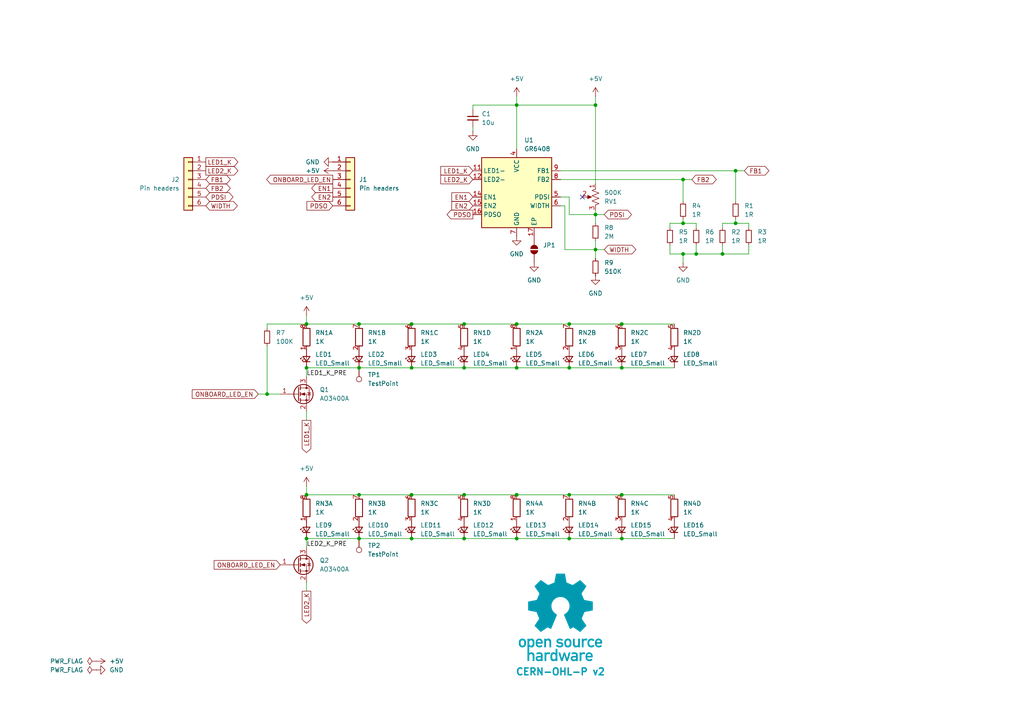
<source format=kicad_sch>
(kicad_sch (version 20231120) (generator "eeschema") (generator_version "8.0")
  (paper "A4")
  (lib_symbols
    (symbol "Connector:TestPoint" (pin_numbers hide) (pin_names (offset 0.762) hide)
      (property "Reference" "TP" (at 0 6.858 0))
      (property "Value" "TestPoint" (at 0 5.08 0))
      (symbol "TestPoint_0_1"
        (circle (center 0 3.302) (radius 0.762))
      )
      (symbol "TestPoint_1_1"
        (pin passive line (at 0 0 90) (length 2.54) (name "1") (number "1"))
      )
    )
    (symbol "Connector_Generic:Conn_01x06" (pin_names (offset 1.016) hide)
      (property "Reference" "J" (at 0 7.62 0))
      (property "Value" "Conn_01x06" (at 0 -10.16 0))
      (symbol "Conn_01x06_1_1"
        (rectangle (start -1.27 -7.493) (end 0 -7.747) (stroke (width 0.1524)))
        (rectangle (start -1.27 -4.953) (end 0 -5.207) (stroke (width 0.1524)))
        (rectangle (start -1.27 -2.413) (end 0 -2.667) (stroke (width 0.1524)))
        (rectangle (start -1.27 0.127) (end 0 -0.127) (stroke (width 0.1524)))
        (rectangle (start -1.27 2.667) (end 0 2.413) (stroke (width 0.1524)))
        (rectangle (start -1.27 5.207) (end 0 4.953) (stroke (width 0.1524)))
        (rectangle (start -1.27 6.35) (end 1.27 -8.89) (stroke (width 0.254)) (fill (type background)))
        (pin passive line (at -5.08 5.08 0) (length 3.81) (name "Pin_1") (number "1"))
        (pin passive line (at -5.08 2.54 0) (length 3.81) (name "Pin_2") (number "2"))
        (pin passive line (at -5.08 0 0) (length 3.81) (name "Pin_3") (number "3"))
        (pin passive line (at -5.08 -2.54 0) (length 3.81) (name "Pin_4") (number "4"))
        (pin passive line (at -5.08 -5.08 0) (length 3.81) (name "Pin_5") (number "5"))
        (pin passive line (at -5.08 -7.62 0) (length 3.81) (name "Pin_6") (number "6"))
      )
    )
    (symbol "Device:C_Small" (pin_numbers hide) (pin_names (offset 0.254) hide)
      (property "Reference" "C" (at 0.254 1.778 0))
      (property "Value" "C_Small" (at 0.254 -2.032 0))
      (symbol "C_Small_0_1"
        (polyline (pts (xy -1.524 -0.508) (xy 1.524 -0.508)) (stroke (width 0.3302)))
        (polyline (pts (xy -1.524 0.508) (xy 1.524 0.508)) (stroke (width 0.3048)))
      )
      (symbol "C_Small_1_1"
        (pin passive line (at 0 2.54 270) (length 2.032) (name "~") (number "1"))
        (pin passive line (at 0 -2.54 90) (length 2.032) (name "~") (number "2"))
      )
    )
    (symbol "Device:LED_Small" (pin_numbers hide) (pin_names (offset 0.254) hide)
      (property "Reference" "D" (at -1.27 3.175 0))
      (property "Value" "LED_Small" (at -4.445 -2.54 0))
      (symbol "LED_Small_0_1"
        (polyline (pts (xy -0.762 -1.016) (xy -0.762 1.016)) (stroke (width 0.254)))
        (polyline (pts (xy 1.016 0) (xy -0.762 0)))
        (polyline (pts (xy 0.762 -1.016) (xy -0.762 0) (xy 0.762 1.016) (xy 0.762 -1.016)) (stroke (width 0.254)))
        (polyline (pts (xy 0 0.762) (xy -0.508 1.27) (xy -0.254 1.27) (xy -0.508 1.27) (xy -0.508 1.016)))
        (polyline (pts (xy 0.508 1.27) (xy 0 1.778) (xy 0.254 1.778) (xy 0 1.778) (xy 0 1.524)))
      )
      (symbol "LED_Small_1_1"
        (pin passive line (at -2.54 0 0) (length 1.778) (name "K") (number "1"))
        (pin passive line (at 2.54 0 180) (length 1.778) (name "A") (number "2"))
      )
    )
    (symbol "Device:R_Pack04_Split" (pin_names (offset 0) hide)
      (property "Reference" "RN" (at 2.032 0 90))
      (property "Value" "R_Pack04_Split" (at 0 0 90))
      (symbol "R_Pack04_Split_0_1"
        (rectangle (start 1.016 2.54) (end -1.016 -2.54) (stroke (width 0.254)))
      )
      (symbol "R_Pack04_Split_1_1"
        (pin passive line (at 0 -3.81 90) (length 1.27) (name "R1.1") (number "1"))
        (pin passive line (at 0 3.81 270) (length 1.27) (name "R1.2") (number "8"))
      )
      (symbol "R_Pack04_Split_2_1"
        (pin passive line (at 0 -3.81 90) (length 1.27) (name "R2.1") (number "2"))
        (pin passive line (at 0 3.81 270) (length 1.27) (name "R2.2") (number "7"))
      )
      (symbol "R_Pack04_Split_3_1"
        (pin passive line (at 0 -3.81 90) (length 1.27) (name "R3.1") (number "3"))
        (pin passive line (at 0 3.81 270) (length 1.27) (name "R3.2") (number "6"))
      )
      (symbol "R_Pack04_Split_4_1"
        (pin passive line (at 0 -3.81 90) (length 1.27) (name "R4.1") (number "4"))
        (pin passive line (at 0 3.81 270) (length 1.27) (name "R4.2") (number "5"))
      )
    )
    (symbol "Device:R_Potentiometer_US" (pin_names (offset 1.016) hide)
      (property "Reference" "RV" (at -4.445 0 90))
      (property "Value" "R_Potentiometer_US" (at -2.54 0 90))
      (symbol "R_Potentiometer_US_0_1"
        (polyline (pts (xy 0 -2.286) (xy 0 -2.54)))
        (polyline (pts (xy 0 2.54) (xy 0 2.286)))
        (polyline (pts (xy 2.54 0) (xy 1.524 0)))
        (polyline (pts (xy 1.143 0) (xy 2.286 0.508) (xy 2.286 -0.508) (xy 1.143 0)) (fill (type outline)))
        (polyline (pts (xy 0 -0.762) (xy 1.016 -1.143) (xy 0 -1.524) (xy -1.016 -1.905) (xy 0 -2.286)))
        (polyline (pts (xy 0 0.762) (xy 1.016 0.381) (xy 0 0) (xy -1.016 -0.381) (xy 0 -0.762)))
        (polyline (pts (xy 0 2.286) (xy 1.016 1.905) (xy 0 1.524) (xy -1.016 1.143) (xy 0 0.762)))
      )
      (symbol "R_Potentiometer_US_1_1"
        (pin passive line (at 0 3.81 270) (length 1.27) (name "1") (number "1"))
        (pin passive line (at 3.81 0 180) (length 1.27) (name "2") (number "2"))
        (pin passive line (at 0 -3.81 90) (length 1.27) (name "3") (number "3"))
      )
    )
    (symbol "Device:R_Small" (pin_numbers hide) (pin_names (offset 0.254) hide)
      (property "Reference" "R" (at 0.762 0.508 0))
      (property "Value" "R_Small" (at 0.762 -1.016 0))
      (symbol "R_Small_0_1"
        (rectangle (start -0.762 1.778) (end 0.762 -1.778) (stroke (width 0.2032)))
      )
      (symbol "R_Small_1_1"
        (pin passive line (at 0 2.54 270) (length 0.762) (name "~") (number "1"))
        (pin passive line (at 0 -2.54 90) (length 0.762) (name "~") (number "2"))
      )
    )
    (symbol "Jumper:SolderJumper_2_Open" (pin_numbers hide) (pin_names (offset 0) hide) (exclude_from_sim yes) (in_bom no)
      (property "Reference" "JP" (at 0 2.032 0))
      (property "Value" "SolderJumper_2_Open" (at 0 -2.54 0))
      (symbol "SolderJumper_2_Open_0_1"
        (arc (start -0.254 1.016) (mid -1.2656 0) (end -0.254 -1.016))
        (arc (start -0.254 1.016) (mid -1.2656 0) (end -0.254 -1.016) (fill (type outline)))
        (polyline (pts (xy -0.254 1.016) (xy -0.254 -1.016)))
        (polyline (pts (xy 0.254 1.016) (xy 0.254 -1.016)))
        (arc (start 0.254 -1.016) (mid 1.2656 0) (end 0.254 1.016))
        (arc (start 0.254 -1.016) (mid 1.2656 0) (end 0.254 1.016) (fill (type outline)))
      )
      (symbol "SolderJumper_2_Open_1_1"
        (pin passive line (at -3.81 0 0) (length 2.54) (name "A") (number "1"))
        (pin passive line (at 3.81 0 180) (length 2.54) (name "B") (number "2"))
      )
    )
    (symbol "Transistor_FET:AO3400A" (pin_names hide)
      (property "Reference" "Q" (at 5.08 1.905 0))
      (property "Value" "AO3400A" (at 5.08 0 0))
      (symbol "AO3400A_0_1"
        (polyline (pts (xy 0.254 0) (xy -2.54 0)))
        (polyline (pts (xy 0.254 1.905) (xy 0.254 -1.905)) (stroke (width 0.254)))
        (polyline (pts (xy 0.762 -1.27) (xy 0.762 -2.286)) (stroke (width 0.254)))
        (polyline (pts (xy 0.762 0.508) (xy 0.762 -0.508)) (stroke (width 0.254)))
        (polyline (pts (xy 0.762 2.286) (xy 0.762 1.27)) (stroke (width 0.254)))
        (polyline (pts (xy 2.54 2.54) (xy 2.54 1.778)))
        (polyline (pts (xy 2.54 -2.54) (xy 2.54 0) (xy 0.762 0)))
        (polyline (pts (xy 0.762 -1.778) (xy 3.302 -1.778) (xy 3.302 1.778) (xy 0.762 1.778)))
        (polyline (pts (xy 1.016 0) (xy 2.032 0.381) (xy 2.032 -0.381) (xy 1.016 0)) (fill (type outline)))
        (polyline (pts (xy 2.794 0.508) (xy 2.921 0.381) (xy 3.683 0.381) (xy 3.81 0.254)))
        (polyline (pts (xy 3.302 0.381) (xy 2.921 -0.254) (xy 3.683 -0.254) (xy 3.302 0.381)))
        (circle (center 1.651 0) (radius 2.794) (stroke (width 0.254)))
        (circle (center 2.54 -1.778) (radius 0.254) (fill (type outline)))
        (circle (center 2.54 1.778) (radius 0.254) (fill (type outline)))
      )
      (symbol "AO3400A_1_1"
        (pin input line (at -5.08 0 0) (length 2.54) (name "G") (number "1"))
        (pin passive line (at 2.54 -5.08 90) (length 2.54) (name "S") (number "2"))
        (pin passive line (at 2.54 5.08 270) (length 2.54) (name "D") (number "3"))
      )
    )
    (symbol "ic:GR6408"
      (property "Reference" "U" (at -10.16 14.478 0))
      (property "Value" "GR6408" (at 5.08 14.478 0))
      (symbol "GR6408_0_1"
        (rectangle (start -10.16 11.43) (end 10.16 -8.89) (stroke (width 0.254)) (fill (type background)))
      )
      (symbol "GR6408_1_1"
        (pin no_connect line (at -7.62 13.97 270) (length 2.54) hide (name "NC") (number "1"))
        (pin no_connect line (at -5.08 -11.43 90) (length 2.54) hide (name "NC") (number "10"))
        (pin open_collector line (at -12.7 7.62 0) (length 2.54) (name "LED1-") (number "11"))
        (pin open_collector line (at -12.7 5.08 0) (length 2.54) (name "LED2-") (number "12"))
        (pin no_connect line (at -7.62 -11.43 90) (length 2.54) hide (name "NC") (number "13"))
        (pin input line (at -12.7 0 0) (length 2.54) (name "EN1") (number "14"))
        (pin input line (at -12.7 -2.54 0) (length 2.54) (name "EN2") (number "15"))
        (pin passive line (at -12.7 -5.08 0) (length 2.54) (name "PDSO") (number "16"))
        (pin passive line (at 5.08 -11.43 90) (length 2.54) (name "EP") (number "17"))
        (pin no_connect line (at -5.08 13.97 270) (length 2.54) hide (name "NC") (number "2"))
        (pin no_connect line (at -2.54 13.97 270) (length 2.54) hide (name "NC") (number "3"))
        (pin power_in line (at 0 13.97 270) (length 2.54) (name "VCC") (number "4"))
        (pin passive line (at 12.7 0 180) (length 2.54) (name "PDSI") (number "5"))
        (pin passive line (at 12.7 -2.54 180) (length 2.54) (name "WIDTH") (number "6"))
        (pin power_in line (at 0 -11.43 90) (length 2.54) (name "GND") (number "7"))
        (pin passive line (at 12.7 5.08 180) (length 2.54) (name "FB2") (number "8"))
        (pin passive line (at 12.7 7.62 180) (length 2.54) (name "FB1") (number "9"))
      )
    )
    (symbol "power:GND" (power) (pin_numbers hide) (pin_names (offset 0) hide)
      (property "Value" "GND" (at 0 -3.81 0))
      (symbol "GND_0_1"
        (polyline (pts (xy 0 0) (xy 0 -1.27) (xy 1.27 -1.27) (xy 0 -2.54) (xy -1.27 -1.27) (xy 0 -1.27)))
      )
      (symbol "GND_1_1"
        (pin power_in line (at 0 0 270) (length 0) (name "~") (number "1"))
      )
    )
    (symbol "power:PWR_FLAG" (power) (pin_numbers hide) (pin_names (offset 0) hide)
      (property "Value" "PWR_FLAG" (at 0 3.81 0))
      (symbol "PWR_FLAG_0_0"
        (pin power_out line (at 0 0 90) (length 0) (name "~") (number "1"))
      )
      (symbol "PWR_FLAG_0_1"
        (polyline (pts (xy 0 0) (xy 0 1.27) (xy -1.016 1.905) (xy 0 2.54) (xy 1.016 1.905) (xy 0 1.27)))
      )
    )
    (symbol "power:VCC" (power) (pin_numbers hide) (pin_names (offset 0) hide)
      (property "Value" "VCC" (at 0 3.556 0))
      (symbol "VCC_0_1"
        (polyline (pts (xy -0.762 1.27) (xy 0 2.54)))
        (polyline (pts (xy 0 0) (xy 0 2.54)))
        (polyline (pts (xy 0 2.54) (xy 0.762 1.27)))
      )
      (symbol "VCC_1_1"
        (pin power_in line (at 0 0 90) (length 0) (name "~") (number "1"))
      )
    )
  )
  (junction (at 149.86 106.68))
  (junction (at 104.14 156.21))
  (junction (at 149.86 143.51))
  (junction (at 104.14 143.51))
  (junction (at 172.72 30.48))
  (junction (at 134.62 106.68))
  (junction (at 209.55 73.66))
  (junction (at 149.86 93.98))
  (junction (at 198.12 64.77))
  (junction (at 165.1 106.68))
  (junction (at 149.86 30.48))
  (junction (at 165.1 143.51))
  (junction (at 165.1 93.98))
  (junction (at 134.62 156.21))
  (junction (at 134.62 143.51))
  (junction (at 119.38 156.21))
  (junction (at 201.93 73.66))
  (junction (at 213.36 64.77))
  (junction (at 77.47 114.3))
  (junction (at 180.34 156.21))
  (junction (at 119.38 93.98))
  (junction (at 172.72 62.23))
  (junction (at 198.12 73.66))
  (junction (at 149.86 156.21))
  (junction (at 165.1 156.21))
  (junction (at 198.12 52.07))
  (junction (at 88.9 156.21))
  (junction (at 134.62 93.98))
  (junction (at 88.9 93.98))
  (junction (at 104.14 93.98))
  (junction (at 119.38 143.51))
  (junction (at 104.14 106.68))
  (junction (at 180.34 93.98))
  (junction (at 119.38 106.68))
  (junction (at 88.9 143.51))
  (junction (at 172.72 72.39))
  (junction (at 88.9 106.68))
  (junction (at 180.34 143.51))
  (junction (at 180.34 106.68))
  (junction (at 213.36 49.53))
  (no_connect (at 168.91 57.15))
  (wire (pts (xy 134.62 156.21) (xy 149.86 156.21)))
  (wire (pts (xy 137.16 36.83) (xy 137.16 38.1)))
  (wire (pts (xy 172.72 30.48) (xy 172.72 53.34)))
  (wire (pts (xy 201.93 64.77) (xy 198.12 64.77)))
  (wire (pts (xy 172.72 27.94) (xy 172.72 30.48)))
  (wire (pts (xy 77.47 100.33) (xy 77.47 114.3)))
  (wire (pts (xy 198.12 52.07) (xy 200.66 52.07)))
  (wire (pts (xy 134.62 143.51) (xy 149.86 143.51)))
  (wire (pts (xy 134.62 106.68) (xy 149.86 106.68)))
  (wire (pts (xy 175.26 62.23) (xy 172.72 62.23)))
  (wire (pts (xy 134.62 93.98) (xy 149.86 93.98)))
  (wire (pts (xy 180.34 143.51) (xy 195.58 143.51)))
  (wire (pts (xy 137.16 30.48) (xy 149.86 30.48)))
  (wire (pts (xy 165.1 62.23) (xy 165.1 57.15)))
  (wire (pts (xy 194.31 73.66) (xy 198.12 73.66)))
  (wire (pts (xy 88.9 143.51) (xy 104.14 143.51)))
  (wire (pts (xy 104.14 93.98) (xy 119.38 93.98)))
  (wire (pts (xy 201.93 71.12) (xy 201.93 73.66)))
  (wire (pts (xy 162.56 57.15) (xy 165.1 57.15)))
  (wire (pts (xy 172.72 62.23) (xy 165.1 62.23)))
  (wire (pts (xy 213.36 49.53) (xy 162.56 49.53)))
  (wire (pts (xy 149.86 27.94) (xy 149.86 30.48)))
  (wire (pts (xy 88.9 156.21) (xy 88.9 158.75)))
  (wire (pts (xy 172.72 69.85) (xy 172.72 72.39)))
  (wire (pts (xy 149.86 30.48) (xy 149.86 43.18)))
  (wire (pts (xy 201.93 73.66) (xy 209.55 73.66)))
  (wire (pts (xy 104.14 106.68) (xy 119.38 106.68)))
  (wire (pts (xy 165.1 143.51) (xy 180.34 143.51)))
  (wire (pts (xy 217.17 66.04) (xy 217.17 64.77)))
  (wire (pts (xy 172.72 72.39) (xy 172.72 74.93)))
  (wire (pts (xy 213.36 49.53) (xy 215.9 49.53)))
  (wire (pts (xy 194.31 71.12) (xy 194.31 73.66)))
  (wire (pts (xy 88.9 106.68) (xy 104.14 106.68)))
  (wire (pts (xy 165.1 106.68) (xy 180.34 106.68)))
  (wire (pts (xy 88.9 93.98) (xy 104.14 93.98)))
  (wire (pts (xy 194.31 64.77) (xy 194.31 66.04)))
  (wire (pts (xy 198.12 64.77) (xy 194.31 64.77)))
  (wire (pts (xy 77.47 95.25) (xy 77.47 93.98)))
  (wire (pts (xy 180.34 93.98) (xy 195.58 93.98)))
  (wire (pts (xy 172.72 60.96) (xy 172.72 62.23)))
  (wire (pts (xy 88.9 168.91) (xy 88.9 171.45)))
  (wire (pts (xy 213.36 64.77) (xy 209.55 64.77)))
  (wire (pts (xy 74.93 114.3) (xy 77.47 114.3)))
  (wire (pts (xy 88.9 119.38) (xy 88.9 121.92)))
  (wire (pts (xy 198.12 73.66) (xy 201.93 73.66)))
  (wire (pts (xy 180.34 156.21) (xy 195.58 156.21)))
  (wire (pts (xy 149.86 143.51) (xy 165.1 143.51)))
  (wire (pts (xy 104.14 156.21) (xy 119.38 156.21)))
  (wire (pts (xy 119.38 93.98) (xy 134.62 93.98)))
  (wire (pts (xy 217.17 73.66) (xy 217.17 71.12)))
  (wire (pts (xy 149.86 156.21) (xy 165.1 156.21)))
  (wire (pts (xy 163.83 72.39) (xy 172.72 72.39)))
  (wire (pts (xy 88.9 140.97) (xy 88.9 143.51)))
  (wire (pts (xy 198.12 63.5) (xy 198.12 64.77)))
  (wire (pts (xy 213.36 63.5) (xy 213.36 64.77)))
  (wire (pts (xy 198.12 52.07) (xy 198.12 58.42)))
  (wire (pts (xy 201.93 66.04) (xy 201.93 64.77)))
  (wire (pts (xy 137.16 30.48) (xy 137.16 31.75)))
  (wire (pts (xy 119.38 156.21) (xy 134.62 156.21)))
  (wire (pts (xy 119.38 143.51) (xy 134.62 143.51)))
  (wire (pts (xy 77.47 93.98) (xy 88.9 93.98)))
  (wire (pts (xy 198.12 73.66) (xy 198.12 76.2)))
  (wire (pts (xy 172.72 62.23) (xy 172.72 64.77)))
  (wire (pts (xy 175.26 72.39) (xy 172.72 72.39)))
  (wire (pts (xy 149.86 30.48) (xy 172.72 30.48)))
  (wire (pts (xy 162.56 59.69) (xy 163.83 59.69)))
  (wire (pts (xy 209.55 71.12) (xy 209.55 73.66)))
  (wire (pts (xy 149.86 93.98) (xy 165.1 93.98)))
  (wire (pts (xy 162.56 52.07) (xy 198.12 52.07)))
  (wire (pts (xy 217.17 64.77) (xy 213.36 64.77)))
  (wire (pts (xy 149.86 106.68) (xy 165.1 106.68)))
  (wire (pts (xy 88.9 156.21) (xy 104.14 156.21)))
  (wire (pts (xy 213.36 58.42) (xy 213.36 49.53)))
  (wire (pts (xy 209.55 64.77) (xy 209.55 66.04)))
  (wire (pts (xy 163.83 59.69) (xy 163.83 72.39)))
  (wire (pts (xy 180.34 106.68) (xy 195.58 106.68)))
  (wire (pts (xy 104.14 143.51) (xy 119.38 143.51)))
  (wire (pts (xy 77.47 114.3) (xy 81.28 114.3)))
  (wire (pts (xy 165.1 156.21) (xy 180.34 156.21)))
  (wire (pts (xy 165.1 93.98) (xy 180.34 93.98)))
  (wire (pts (xy 209.55 73.66) (xy 217.17 73.66)))
  (wire (pts (xy 88.9 106.68) (xy 88.9 109.22)))
  (wire (pts (xy 119.38 106.68) (xy 134.62 106.68)))
  (wire (pts (xy 88.9 91.44) (xy 88.9 93.98)))
  (image (at 162.56 179.07) (scale 0.37481))
  (text "CERN-OHL-P v2" (at 162.56 195.072 0) (effects (font (size 2 2) (thickness 0.4) (bold yes))))
  (label "LED2_K_PRE" (at 88.9 158.75 0))
  (label "LED1_K_PRE" (at 88.9 109.22 0))
  (global_label "FB2" (shape bidirectional) (at 59.69 54.61 0) (property "Intersheetrefs" "${INTERSHEET_REFS}" (effects (hide yes))))
  (global_label "LED1_K" (shape input) (at 137.16 49.53 180) (property "Intersheetrefs" "${INTERSHEET_REFS}" (effects (hide yes))))
  (global_label "PDSI" (shape bidirectional) (at 59.69 57.15 0) (property "Intersheetrefs" "${INTERSHEET_REFS}" (effects (hide yes))))
  (global_label "FB2" (shape bidirectional) (at 200.66 52.07 0) (property "Intersheetrefs" "${INTERSHEET_REFS}" (effects (hide yes))))
  (global_label "FB1" (shape bidirectional) (at 59.69 52.07 0) (property "Intersheetrefs" "${INTERSHEET_REFS}" (effects (hide yes))))
  (global_label "WIDTH" (shape bidirectional) (at 175.26 72.39 0) (property "Intersheetrefs" "${INTERSHEET_REFS}" (effects (hide yes))))
  (global_label "PDSI" (shape bidirectional) (at 175.26 62.23 0) (property "Intersheetrefs" "${INTERSHEET_REFS}" (effects (hide yes))))
  (global_label "ONBOARD_LED_EN" (shape input) (at 81.28 163.83 180) (property "Intersheetrefs" "${INTERSHEET_REFS}" (effects (hide yes))))
  (global_label "EN2" (shape input) (at 137.16 59.69 180) (property "Intersheetrefs" "${INTERSHEET_REFS}" (effects (hide yes))))
  (global_label "EN2" (shape output) (at 96.52 57.15 180) (property "Intersheetrefs" "${INTERSHEET_REFS}" (effects (hide yes))))
  (global_label "PDSO" (shape output) (at 137.16 62.23 180) (property "Intersheetrefs" "${INTERSHEET_REFS}" (effects (hide yes))))
  (global_label "PDSO" (shape input) (at 96.52 59.69 180) (property "Intersheetrefs" "${INTERSHEET_REFS}" (effects (hide yes))))
  (global_label "LED2_K" (shape output) (at 59.69 49.53 0) (property "Intersheetrefs" "${INTERSHEET_REFS}" (effects (hide yes))))
  (global_label "WIDTH" (shape bidirectional) (at 59.69 59.69 0) (property "Intersheetrefs" "${INTERSHEET_REFS}" (effects (hide yes))))
  (global_label "EN1" (shape output) (at 96.52 54.61 180) (property "Intersheetrefs" "${INTERSHEET_REFS}" (effects (hide yes))))
  (global_label "LED1_K" (shape output) (at 88.9 121.92 270) (property "Intersheetrefs" "${INTERSHEET_REFS}" (effects (hide yes))))
  (global_label "ONBOARD_LED_EN" (shape input) (at 74.93 114.3 180) (property "Intersheetrefs" "${INTERSHEET_REFS}" (effects (hide yes))))
  (global_label "ONBOARD_LED_EN" (shape output) (at 96.52 52.07 180) (property "Intersheetrefs" "${INTERSHEET_REFS}" (effects (hide yes))))
  (global_label "FB1" (shape bidirectional) (at 215.9 49.53 0) (property "Intersheetrefs" "${INTERSHEET_REFS}" (effects (hide yes))))
  (global_label "LED2_K" (shape input) (at 137.16 52.07 180) (property "Intersheetrefs" "${INTERSHEET_REFS}" (effects (hide yes))))
  (global_label "LED2_K" (shape output) (at 88.9 171.45 270) (property "Intersheetrefs" "${INTERSHEET_REFS}" (effects (hide yes))))
  (global_label "EN1" (shape input) (at 137.16 57.15 180) (property "Intersheetrefs" "${INTERSHEET_REFS}" (effects (hide yes))))
  (global_label "LED1_K" (shape output) (at 59.69 46.99 0) (property "Intersheetrefs" "${INTERSHEET_REFS}" (effects (hide yes))))
  (symbol (lib_id "Device:R_Pack04_Split") (at 180.34 97.79 0) (unit 3)
    (property "Reference" "RN2" (at 182.88 96.5199 0) (effects (justify left)))
    (property "Value" "1K" (at 182.88 99.0599 0) (effects (justify left)))
    (property "Footprint" "Resistor_SMD:R_Array_Convex_4x0603" (effects (hide yes)))
    (property "Description" "4 resistor network, parallel topology, split" (effects (hide yes)))
  )
  (symbol (lib_id "Device:R_Small") (at 201.93 68.58 0) (unit 1)
    (property "Reference" "R6" (at 204.47 67.3099 0) (effects (justify left)))
    (property "Value" "1R" (at 204.47 69.8499 0) (effects (justify left)))
    (property "Footprint" "discrete:R_0603_1608Metric" (effects (hide yes)))
    (property "Description" "Resistor, small symbol" (effects (hide yes)))
  )
  (symbol (lib_id "Device:R_Pack04_Split") (at 88.9 147.32 0) (unit 1)
    (property "Reference" "RN3" (at 91.44 146.0499 0) (effects (justify left)))
    (property "Value" "1K" (at 91.44 148.5899 0) (effects (justify left)))
    (property "Footprint" "Resistor_SMD:R_Array_Convex_4x0603" (effects (hide yes)))
    (property "Description" "4 resistor network, parallel topology, split" (effects (hide yes)))
  )
  (symbol (lib_id "Device:LED_Small") (at 195.58 153.67 90) (unit 1)
    (property "Reference" "LED16" (at 198.12 152.3364 90) (effects (justify right)))
    (property "Value" "LED_Small" (at 198.12 154.8764 90) (effects (justify right)))
    (property "Footprint" "discrete:LED_0402_1005Metric" (effects (hide yes)))
    (property "Description" "Light emitting diode, small symbol" (effects (hide yes)))
  )
  (symbol (lib_id "Device:R_Pack04_Split") (at 149.86 147.32 0) (unit 1)
    (property "Reference" "RN4" (at 152.4 146.0499 0) (effects (justify left)))
    (property "Value" "1K" (at 152.4 148.5899 0) (effects (justify left)))
    (property "Footprint" "Resistor_SMD:R_Array_Convex_4x0603" (effects (hide yes)))
    (property "Description" "4 resistor network, parallel topology, split" (effects (hide yes)))
  )
  (symbol (lib_id "power:GND") (at 172.72 80.01 0) (unit 1)
    (property "Reference" "#PWR08" (effects (hide yes)))
    (property "Value" "GND" (at 172.72 85.09 0))
    (property "Description" "Power symbol creates a global label with name \"GND\" , ground" (effects (hide yes)))
  )
  (symbol (lib_id "Transistor_FET:AO3400A") (at 86.36 114.3 0) (unit 1)
    (property "Reference" "Q1" (at 92.71 113.0299 0) (effects (justify left)))
    (property "Value" "AO3400A" (at 92.71 115.5699 0) (effects (justify left)))
    (property "Footprint" "Package_TO_SOT_SMD:SOT-23" (effects (hide yes)))
    (property "Datasheet" "http://www.aosmd.com/pdfs/datasheet/AO3400A.pdf" (effects (hide yes)))
    (property "Description" "30V Vds, 5.7A Id, N-Channel MOSFET, SOT-23" (effects (hide yes)))
  )
  (symbol (lib_id "Device:LED_Small") (at 149.86 104.14 90) (unit 1)
    (property "Reference" "LED5" (at 152.4 102.8064 90) (effects (justify right)))
    (property "Value" "LED_Small" (at 152.4 105.3464 90) (effects (justify right)))
    (property "Footprint" "discrete:LED_0402_1005Metric" (effects (hide yes)))
    (property "Description" "Light emitting diode, small symbol" (effects (hide yes)))
  )
  (symbol (lib_id "Transistor_FET:AO3400A") (at 86.36 163.83 0) (unit 1)
    (property "Reference" "Q2" (at 92.71 162.5599 0) (effects (justify left)))
    (property "Value" "AO3400A" (at 92.71 165.0999 0) (effects (justify left)))
    (property "Footprint" "Package_TO_SOT_SMD:SOT-23" (effects (hide yes)))
    (property "Datasheet" "http://www.aosmd.com/pdfs/datasheet/AO3400A.pdf" (effects (hide yes)))
    (property "Description" "30V Vds, 5.7A Id, N-Channel MOSFET, SOT-23" (effects (hide yes)))
  )
  (symbol (lib_id "Device:LED_Small") (at 180.34 153.67 90) (unit 1)
    (property "Reference" "LED15" (at 182.88 152.3364 90) (effects (justify right)))
    (property "Value" "LED_Small" (at 182.88 154.8764 90) (effects (justify right)))
    (property "Footprint" "discrete:LED_0402_1005Metric" (effects (hide yes)))
    (property "Description" "Light emitting diode, small symbol" (effects (hide yes)))
  )
  (symbol (lib_id "Device:R_Small") (at 198.12 60.96 0) (unit 1)
    (property "Reference" "R4" (at 200.66 59.6899 0) (effects (justify left)))
    (property "Value" "1R" (at 200.66 62.2299 0) (effects (justify left)))
    (property "Footprint" "discrete:R_0603_1608Metric" (effects (hide yes)))
    (property "Description" "Resistor, small symbol" (effects (hide yes)))
  )
  (symbol (lib_id "power:GND") (at 154.94 76.2 0) (unit 1)
    (property "Reference" "#PWR06" (effects (hide yes)))
    (property "Value" "GND" (at 154.94 81.28 0))
    (property "Description" "Power symbol creates a global label with name \"GND\" , ground" (effects (hide yes)))
  )
  (symbol (lib_id "power:VCC") (at 88.9 140.97 0) (mirror y) (unit 1)
    (property "Reference" "#PWR013" (effects (hide yes)))
    (property "Value" "+5V" (at 88.9 135.89 0))
    (property "Description" "Power symbol creates a global label with name \"VCC\"" (effects (hide yes)))
  )
  (symbol (lib_id "Device:C_Small") (at 137.16 34.29 0) (unit 1)
    (property "Reference" "C1" (at 139.7 33.0262 0) (effects (justify left)))
    (property "Value" "10u" (at 139.7 35.5662 0) (effects (justify left)))
    (property "Footprint" "discrete:C_0603_1608Metric" (effects (hide yes)))
    (property "Description" "Unpolarized capacitor, small symbol" (effects (hide yes)))
  )
  (symbol (lib_id "Device:LED_Small") (at 104.14 153.67 90) (unit 1)
    (property "Reference" "LED10" (at 106.68 152.3364 90) (effects (justify right)))
    (property "Value" "LED_Small" (at 106.68 154.8764 90) (effects (justify right)))
    (property "Footprint" "discrete:LED_0402_1005Metric" (effects (hide yes)))
    (property "Description" "Light emitting diode, small symbol" (effects (hide yes)))
  )
  (symbol (lib_id "power:GND") (at 198.12 76.2 0) (unit 1)
    (property "Reference" "#PWR05" (effects (hide yes)))
    (property "Value" "GND" (at 198.12 81.28 0))
    (property "Description" "Power symbol creates a global label with name \"GND\" , ground" (effects (hide yes)))
  )
  (symbol (lib_id "Connector:TestPoint") (at 104.14 156.21 180) (unit 1)
    (property "Reference" "TP2" (at 106.68 158.2419 0) (effects (justify right)))
    (property "Value" "TestPoint" (at 106.68 160.7819 0) (effects (justify right)))
    (property "Footprint" "TestPoint:TestPoint_Pad_D1.0mm" (effects (hide yes)))
    (property "Description" "test point" (effects (hide yes)))
  )
  (symbol (lib_id "power:GND") (at 96.52 46.99 270) (mirror x) (unit 1)
    (property "Reference" "#PWR011" (effects (hide yes)))
    (property "Value" "GND" (at 92.71 46.9899 90) (effects (justify right)))
    (property "Description" "Power symbol creates a global label with name \"GND\" , ground" (effects (hide yes)))
  )
  (symbol (lib_id "Device:LED_Small") (at 134.62 153.67 90) (unit 1)
    (property "Reference" "LED12" (at 137.16 152.3364 90) (effects (justify right)))
    (property "Value" "LED_Small" (at 137.16 154.8764 90) (effects (justify right)))
    (property "Footprint" "discrete:LED_0402_1005Metric" (effects (hide yes)))
    (property "Description" "Light emitting diode, small symbol" (effects (hide yes)))
  )
  (symbol (lib_id "Device:R_Small") (at 172.72 77.47 0) (unit 1)
    (property "Reference" "R9" (at 175.26 76.1999 0) (effects (justify left)))
    (property "Value" "510K" (at 175.26 78.7399 0) (effects (justify left)))
    (property "Footprint" "discrete:R_0603_1608Metric" (effects (hide yes)))
    (property "Description" "Resistor, small symbol" (effects (hide yes)))
  )
  (symbol (lib_id "Device:R_Pack04_Split") (at 195.58 97.79 0) (unit 4)
    (property "Reference" "RN2" (at 198.12 96.5199 0) (effects (justify left)))
    (property "Value" "1K" (at 198.12 99.0599 0) (effects (justify left)))
    (property "Footprint" "Resistor_SMD:R_Array_Convex_4x0603" (effects (hide yes)))
    (property "Description" "4 resistor network, parallel topology, split" (effects (hide yes)))
  )
  (symbol (lib_id "Device:R_Pack04_Split") (at 149.86 97.79 0) (unit 1)
    (property "Reference" "RN2" (at 152.4 96.5199 0) (effects (justify left)))
    (property "Value" "1K" (at 152.4 99.0599 0) (effects (justify left)))
    (property "Footprint" "Resistor_SMD:R_Array_Convex_4x0603" (effects (hide yes)))
    (property "Description" "4 resistor network, parallel topology, split" (effects (hide yes)))
  )
  (symbol (lib_id "Device:LED_Small") (at 195.58 104.14 90) (unit 1)
    (property "Reference" "LED8" (at 198.12 102.8064 90) (effects (justify right)))
    (property "Value" "LED_Small" (at 198.12 105.3464 90) (effects (justify right)))
    (property "Footprint" "discrete:LED_0402_1005Metric" (effects (hide yes)))
    (property "Description" "Light emitting diode, small symbol" (effects (hide yes)))
  )
  (symbol (lib_id "Device:R_Pack04_Split") (at 88.9 97.79 0) (unit 1)
    (property "Reference" "RN1" (at 91.44 96.5199 0) (effects (justify left)))
    (property "Value" "1K" (at 91.44 99.0599 0) (effects (justify left)))
    (property "Footprint" "Resistor_SMD:R_Array_Convex_4x0603" (effects (hide yes)))
    (property "Description" "4 resistor network, parallel topology, split" (effects (hide yes)))
  )
  (symbol (lib_id "Device:LED_Small") (at 165.1 153.67 90) (unit 1)
    (property "Reference" "LED14" (at 167.64 152.3364 90) (effects (justify right)))
    (property "Value" "LED_Small" (at 167.64 154.8764 90) (effects (justify right)))
    (property "Footprint" "discrete:LED_0402_1005Metric" (effects (hide yes)))
    (property "Description" "Light emitting diode, small symbol" (effects (hide yes)))
  )
  (symbol (lib_id "power:VCC") (at 27.94 191.77 270) (unit 1)
    (property "Reference" "#PWR01" (effects (hide yes)))
    (property "Value" "+5V" (at 31.75 191.7699 90) (effects (justify left)))
    (property "Description" "Power symbol creates a global label with name \"VCC\"" (effects (hide yes)))
  )
  (symbol (lib_id "Device:LED_Small") (at 119.38 104.14 90) (unit 1)
    (property "Reference" "LED3" (at 121.92 102.8064 90) (effects (justify right)))
    (property "Value" "LED_Small" (at 121.92 105.3464 90) (effects (justify right)))
    (property "Footprint" "discrete:LED_0402_1005Metric" (effects (hide yes)))
    (property "Description" "Light emitting diode, small symbol" (effects (hide yes)))
  )
  (symbol (lib_id "Connector:TestPoint") (at 104.14 106.68 180) (unit 1)
    (property "Reference" "TP1" (at 106.68 108.7119 0) (effects (justify right)))
    (property "Value" "TestPoint" (at 106.68 111.2519 0) (effects (justify right)))
    (property "Footprint" "TestPoint:TestPoint_Pad_D1.0mm" (effects (hide yes)))
    (property "Description" "test point" (effects (hide yes)))
  )
  (symbol (lib_id "Device:LED_Small") (at 88.9 153.67 90) (unit 1)
    (property "Reference" "LED9" (at 91.44 152.3364 90) (effects (justify right)))
    (property "Value" "LED_Small" (at 91.44 154.8764 90) (effects (justify right)))
    (property "Footprint" "discrete:LED_0402_1005Metric" (effects (hide yes)))
    (property "Description" "Light emitting diode, small symbol" (effects (hide yes)))
  )
  (symbol (lib_id "power:VCC") (at 149.86 27.94 0) (unit 1)
    (property "Reference" "#PWR04" (effects (hide yes)))
    (property "Value" "+5V" (at 149.86 22.86 0))
    (property "Description" "Power symbol creates a global label with name \"VCC\"" (effects (hide yes)))
  )
  (symbol (lib_id "Device:R_Pack04_Split") (at 195.58 147.32 0) (unit 4)
    (property "Reference" "RN4" (at 198.12 146.0499 0) (effects (justify left)))
    (property "Value" "1K" (at 198.12 148.5899 0) (effects (justify left)))
    (property "Footprint" "Resistor_SMD:R_Array_Convex_4x0603" (effects (hide yes)))
    (property "Description" "4 resistor network, parallel topology, split" (effects (hide yes)))
  )
  (symbol (lib_id "Device:R_Small") (at 213.36 60.96 0) (unit 1)
    (property "Reference" "R1" (at 215.9 59.6899 0) (effects (justify left)))
    (property "Value" "1R" (at 215.9 62.2299 0) (effects (justify left)))
    (property "Footprint" "discrete:R_0603_1608Metric" (effects (hide yes)))
    (property "Description" "Resistor, small symbol" (effects (hide yes)))
  )
  (symbol (lib_id "power:GND") (at 27.94 194.31 90) (unit 1)
    (property "Reference" "#PWR02" (effects (hide yes)))
    (property "Value" "GND" (at 31.75 194.3099 90) (effects (justify right)))
    (property "Description" "Power symbol creates a global label with name \"GND\" , ground" (effects (hide yes)))
  )
  (symbol (lib_id "Device:R_Small") (at 217.17 68.58 0) (unit 1)
    (property "Reference" "R3" (at 219.71 67.3099 0) (effects (justify left)))
    (property "Value" "1R" (at 219.71 69.8499 0) (effects (justify left)))
    (property "Footprint" "discrete:R_0603_1608Metric" (effects (hide yes)))
    (property "Description" "Resistor, small symbol" (effects (hide yes)))
  )
  (symbol (lib_id "Device:R_Pack04_Split") (at 165.1 147.32 0) (unit 2)
    (property "Reference" "RN4" (at 167.64 146.0499 0) (effects (justify left)))
    (property "Value" "1K" (at 167.64 148.5899 0) (effects (justify left)))
    (property "Footprint" "Resistor_SMD:R_Array_Convex_4x0603" (effects (hide yes)))
    (property "Description" "4 resistor network, parallel topology, split" (effects (hide yes)))
  )
  (symbol (lib_id "Device:LED_Small") (at 134.62 104.14 90) (unit 1)
    (property "Reference" "LED4" (at 137.16 102.8064 90) (effects (justify right)))
    (property "Value" "LED_Small" (at 137.16 105.3464 90) (effects (justify right)))
    (property "Footprint" "discrete:LED_0402_1005Metric" (effects (hide yes)))
    (property "Description" "Light emitting diode, small symbol" (effects (hide yes)))
  )
  (symbol (lib_id "power:VCC") (at 88.9 91.44 0) (mirror y) (unit 1)
    (property "Reference" "#PWR012" (effects (hide yes)))
    (property "Value" "+5V" (at 88.9 86.36 0))
    (property "Description" "Power symbol creates a global label with name \"VCC\"" (effects (hide yes)))
  )
  (symbol (lib_id "Device:R_Pack04_Split") (at 104.14 147.32 0) (unit 2)
    (property "Reference" "RN3" (at 106.68 146.0499 0) (effects (justify left)))
    (property "Value" "1K" (at 106.68 148.5899 0) (effects (justify left)))
    (property "Footprint" "Resistor_SMD:R_Array_Convex_4x0603" (effects (hide yes)))
    (property "Description" "4 resistor network, parallel topology, split" (effects (hide yes)))
  )
  (symbol (lib_id "Device:LED_Small") (at 180.34 104.14 90) (unit 1)
    (property "Reference" "LED7" (at 182.88 102.8064 90) (effects (justify right)))
    (property "Value" "LED_Small" (at 182.88 105.3464 90) (effects (justify right)))
    (property "Footprint" "discrete:LED_0402_1005Metric" (effects (hide yes)))
    (property "Description" "Light emitting diode, small symbol" (effects (hide yes)))
  )
  (symbol (lib_id "Device:LED_Small") (at 88.9 104.14 90) (unit 1)
    (property "Reference" "LED1" (at 91.44 102.8064 90) (effects (justify right)))
    (property "Value" "LED_Small" (at 91.44 105.3464 90) (effects (justify right)))
    (property "Footprint" "discrete:LED_0402_1005Metric" (effects (hide yes)))
    (property "Description" "Light emitting diode, small symbol" (effects (hide yes)))
  )
  (symbol (lib_id "Device:R_Pack04_Split") (at 165.1 97.79 0) (unit 2)
    (property "Reference" "RN2" (at 167.64 96.5199 0) (effects (justify left)))
    (property "Value" "1K" (at 167.64 99.0599 0) (effects (justify left)))
    (property "Footprint" "Resistor_SMD:R_Array_Convex_4x0603" (effects (hide yes)))
    (property "Description" "4 resistor network, parallel topology, split" (effects (hide yes)))
  )
  (symbol (lib_id "Device:R_Pack04_Split") (at 119.38 147.32 0) (unit 3)
    (property "Reference" "RN3" (at 121.92 146.0499 0) (effects (justify left)))
    (property "Value" "1K" (at 121.92 148.5899 0) (effects (justify left)))
    (property "Footprint" "Resistor_SMD:R_Array_Convex_4x0603" (effects (hide yes)))
    (property "Description" "4 resistor network, parallel topology, split" (effects (hide yes)))
  )
  (symbol (lib_id "Connector_Generic:Conn_01x06") (at 101.6 52.07 0) (unit 1)
    (property "Reference" "J1" (at 104.14 52.0699 0) (effects (justify left)))
    (property "Value" "Pin headers" (at 104.14 54.6099 0) (effects (justify left)))
    (property "Footprint" "custom:PinHeader_1x06_P2.54mm_Vertical_simple_pad1gnd" (effects (hide yes)))
    (property "Description" "Generic connector, single row, 01x06, script generated (kicad-library-utils/schlib/autogen/connector/)" (effects (hide yes)))
  )
  (symbol (lib_id "Device:R_Pack04_Split") (at 134.62 97.79 0) (unit 4)
    (property "Reference" "RN1" (at 137.16 96.5199 0) (effects (justify left)))
    (property "Value" "1K" (at 137.16 99.0599 0) (effects (justify left)))
    (property "Footprint" "Resistor_SMD:R_Array_Convex_4x0603" (effects (hide yes)))
    (property "Description" "4 resistor network, parallel topology, split" (effects (hide yes)))
  )
  (symbol (lib_id "power:PWR_FLAG") (at 27.94 191.77 90) (unit 1)
    (property "Reference" "#FLG01" (effects (hide yes)))
    (property "Value" "PWR_FLAG" (at 24.13 191.7699 90) (effects (justify left)))
    (property "Description" "Special symbol for telling ERC where power comes from" (effects (hide yes)))
  )
  (symbol (lib_id "Device:R_Small") (at 77.47 97.79 0) (unit 1)
    (property "Reference" "R7" (at 80.01 96.5199 0) (effects (justify left)))
    (property "Value" "100K" (at 80.01 99.0599 0) (effects (justify left)))
    (property "Footprint" "discrete:R_0603_1608Metric" (effects (hide yes)))
    (property "Description" "Resistor, small symbol" (effects (hide yes)))
  )
  (symbol (lib_id "power:VCC") (at 96.52 49.53 90) (mirror x) (unit 1)
    (property "Reference" "#PWR010" (effects (hide yes)))
    (property "Value" "+5V" (at 92.71 49.5299 90) (effects (justify left)))
    (property "Description" "Power symbol creates a global label with name \"VCC\"" (effects (hide yes)))
  )
  (symbol (lib_id "power:GND") (at 137.16 38.1 0) (unit 1)
    (property "Reference" "#PWR09" (effects (hide yes)))
    (property "Value" "GND" (at 137.16 43.18 0))
    (property "Description" "Power symbol creates a global label with name \"GND\" , ground" (effects (hide yes)))
  )
  (symbol (lib_id "power:VCC") (at 172.72 27.94 0) (unit 1)
    (property "Reference" "#PWR07" (effects (hide yes)))
    (property "Value" "+5V" (at 172.72 22.86 0))
    (property "Description" "Power symbol creates a global label with name \"VCC\"" (effects (hide yes)))
  )
  (symbol (lib_id "Device:R_Pack04_Split") (at 134.62 147.32 0) (unit 4)
    (property "Reference" "RN3" (at 137.16 146.0499 0) (effects (justify left)))
    (property "Value" "1K" (at 137.16 148.5899 0) (effects (justify left)))
    (property "Footprint" "Resistor_SMD:R_Array_Convex_4x0603" (effects (hide yes)))
    (property "Description" "4 resistor network, parallel topology, split" (effects (hide yes)))
  )
  (symbol (lib_id "Device:R_Pack04_Split") (at 119.38 97.79 0) (unit 3)
    (property "Reference" "RN1" (at 121.92 96.5199 0) (effects (justify left)))
    (property "Value" "1K" (at 121.92 99.0599 0) (effects (justify left)))
    (property "Footprint" "Resistor_SMD:R_Array_Convex_4x0603" (effects (hide yes)))
    (property "Description" "4 resistor network, parallel topology, split" (effects (hide yes)))
  )
  (symbol (lib_id "Device:R_Pack04_Split") (at 180.34 147.32 0) (unit 3)
    (property "Reference" "RN4" (at 182.88 146.0499 0) (effects (justify left)))
    (property "Value" "1K" (at 182.88 148.5899 0) (effects (justify left)))
    (property "Footprint" "Resistor_SMD:R_Array_Convex_4x0603" (effects (hide yes)))
    (property "Description" "4 resistor network, parallel topology, split" (effects (hide yes)))
  )
  (symbol (lib_id "Device:LED_Small") (at 104.14 104.14 90) (unit 1)
    (property "Reference" "LED2" (at 106.68 102.8064 90) (effects (justify right)))
    (property "Value" "LED_Small" (at 106.68 105.3464 90) (effects (justify right)))
    (property "Footprint" "discrete:LED_0402_1005Metric" (effects (hide yes)))
    (property "Description" "Light emitting diode, small symbol" (effects (hide yes)))
  )
  (symbol (lib_id "Device:LED_Small") (at 165.1 104.14 90) (unit 1)
    (property "Reference" "LED6" (at 167.64 102.8064 90) (effects (justify right)))
    (property "Value" "LED_Small" (at 167.64 105.3464 90) (effects (justify right)))
    (property "Footprint" "discrete:LED_0402_1005Metric" (effects (hide yes)))
    (property "Description" "Light emitting diode, small symbol" (effects (hide yes)))
  )
  (symbol (lib_id "Jumper:SolderJumper_2_Open") (at 154.94 72.39 90) (unit 1) (exclude_from_sim yes) (in_bom no)
    (property "Reference" "JP1" (at 157.48 71.1199 90) (effects (justify right)))
    (property "Value" "SolderJumper_2_Open" (effects (hide yes)))
    (property "Footprint" "Jumper:SolderJumper-2_P1.3mm_Open_RoundedPad1.0x1.5mm" (effects (hide yes)))
    (property "Description" "Solder Jumper, 2-pole, open" (effects (hide yes)))
  )
  (symbol (lib_id "power:PWR_FLAG") (at 27.94 194.31 90) (unit 1)
    (property "Reference" "#FLG02" (effects (hide yes)))
    (property "Value" "PWR_FLAG" (at 24.13 194.3099 90) (effects (justify left)))
    (property "Description" "Special symbol for telling ERC where power comes from" (effects (hide yes)))
  )
  (symbol (lib_id "ic:GR6408") (at 149.86 57.15 0) (unit 1)
    (property "Reference" "U1" (at 152.0541 40.64 0) (effects (justify left)))
    (property "Value" "GR6408" (at 152.0541 43.18 0) (effects (justify left)))
    (property "Footprint" "Package_DFN_QFN:QFN-16-1EP_4x4mm_P0.65mm_EP2.5x2.5mm" (effects (hide yes)))
    (property "Datasheet" "https://www.lcsc.com/datasheet/lcsc_datasheet_2407101638_GR-GR6408QB16ARDQ_C27975231.pdf" (effects (hide yes)))
    (property "Description" "Dual-channel constant current LED driver, 4.5-5.5V, QFN-16" (effects (hide yes)))
    (property "LCSC Part" "C27975231" (effects (hide yes)))
  )
  (symbol (lib_id "power:GND") (at 149.86 68.58 0) (unit 1)
    (property "Reference" "#PWR03" (effects (hide yes)))
    (property "Value" "GND" (at 149.86 73.66 0))
    (property "Description" "Power symbol creates a global label with name \"GND\" , ground" (effects (hide yes)))
  )
  (symbol (lib_id "Connector_Generic:Conn_01x06") (at 54.61 52.07 0) (mirror y) (unit 1)
    (property "Reference" "J2" (at 52.07 52.0699 0) (effects (justify left)))
    (property "Value" "Pin headers" (at 52.07 54.6099 0) (effects (justify left)))
    (property "Footprint" "custom:PinHeader_1x06_P2.54mm_Vertical_simple" (effects (hide yes)))
    (property "Description" "Generic connector, single row, 01x06, script generated (kicad-library-utils/schlib/autogen/connector/)" (effects (hide yes)))
  )
  (symbol (lib_id "Device:R_Pack04_Split") (at 104.14 97.79 0) (unit 2)
    (property "Reference" "RN1" (at 106.68 96.5199 0) (effects (justify left)))
    (property "Value" "1K" (at 106.68 99.0599 0) (effects (justify left)))
    (property "Footprint" "Resistor_SMD:R_Array_Convex_4x0603" (effects (hide yes)))
    (property "Description" "4 resistor network, parallel topology, split" (effects (hide yes)))
  )
  (symbol (lib_id "Device:R_Small") (at 209.55 68.58 0) (unit 1)
    (property "Reference" "R2" (at 212.09 67.3099 0) (effects (justify left)))
    (property "Value" "1R" (at 212.09 69.8499 0) (effects (justify left)))
    (property "Footprint" "discrete:R_0603_1608Metric" (effects (hide yes)))
    (property "Description" "Resistor, small symbol" (effects (hide yes)))
  )
  (symbol (lib_id "Device:LED_Small") (at 149.86 153.67 90) (unit 1)
    (property "Reference" "LED13" (at 152.4 152.3364 90) (effects (justify right)))
    (property "Value" "LED_Small" (at 152.4 154.8764 90) (effects (justify right)))
    (property "Footprint" "discrete:LED_0402_1005Metric" (effects (hide yes)))
    (property "Description" "Light emitting diode, small symbol" (effects (hide yes)))
  )
  (symbol (lib_id "Device:R_Small") (at 172.72 67.31 0) (unit 1)
    (property "Reference" "R8" (at 175.26 66.0399 0) (effects (justify left)))
    (property "Value" "2M" (at 175.26 68.5799 0) (effects (justify left)))
    (property "Footprint" "discrete:R_0603_1608Metric" (effects (hide yes)))
    (property "Description" "Resistor, small symbol" (effects (hide yes)))
  )
  (symbol (lib_id "Device:R_Potentiometer_US") (at 172.72 57.15 0) (mirror y) (unit 1)
    (property "Reference" "RV1" (at 175.26 58.4201 0) (effects (justify right)))
    (property "Value" "500K" (at 175.26 55.8801 0) (effects (justify right)))
    (property "Footprint" "discrete:Potentiometer_3.8mmx3.0mm_Vertical" (effects (hide yes)))
    (property "Description" "Potentiometer, US symbol" (effects (hide yes)))
  )
  (symbol (lib_id "Device:R_Small") (at 194.31 68.58 0) (unit 1)
    (property "Reference" "R5" (at 196.85 67.3099 0) (effects (justify left)))
    (property "Value" "1R" (at 196.85 69.8499 0) (effects (justify left)))
    (property "Footprint" "discrete:R_0603_1608Metric" (effects (hide yes)))
    (property "Description" "Resistor, small symbol" (effects (hide yes)))
  )
  (symbol (lib_id "Device:LED_Small") (at 119.38 153.67 90) (unit 1)
    (property "Reference" "LED11" (at 121.92 152.3364 90) (effects (justify right)))
    (property "Value" "LED_Small" (at 121.92 154.8764 90) (effects (justify right)))
    (property "Footprint" "discrete:LED_0402_1005Metric" (effects (hide yes)))
    (property "Description" "Light emitting diode, small symbol" (effects (hide yes)))
  )
)
</source>
